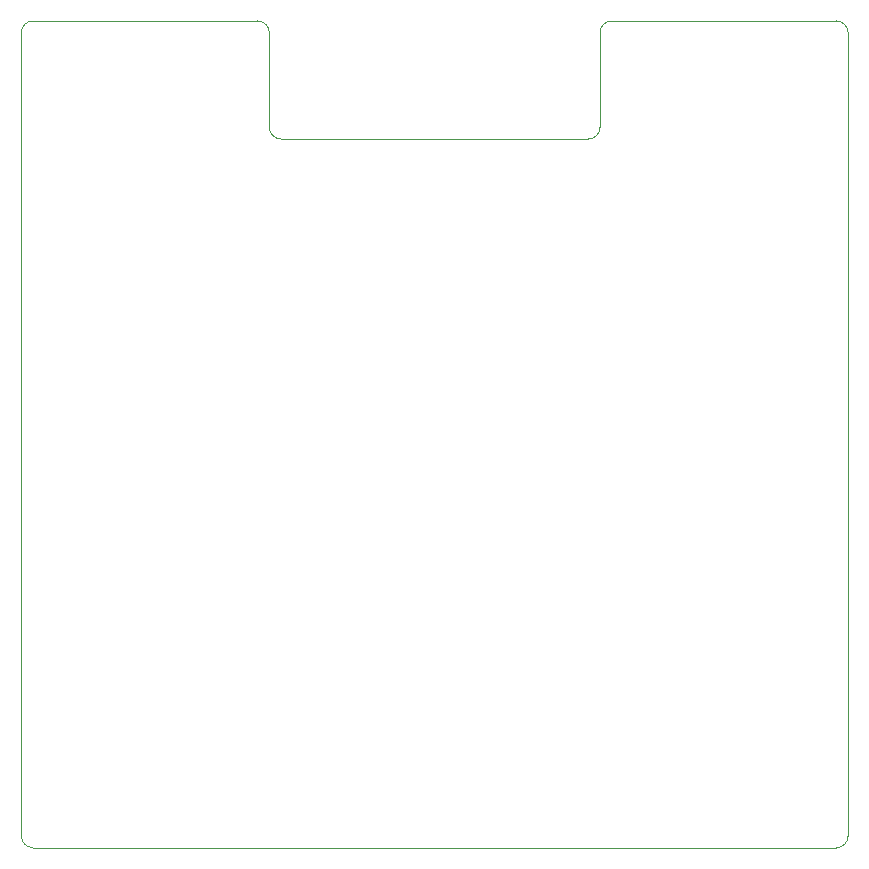
<source format=gm1>
%TF.GenerationSoftware,KiCad,Pcbnew,8.0.0*%
%TF.CreationDate,2024-03-16T12:32:22-04:00*%
%TF.ProjectId,AMP_PCBv3,414d505f-5043-4427-9633-2e6b69636164,A*%
%TF.SameCoordinates,Original*%
%TF.FileFunction,Profile,NP*%
%FSLAX46Y46*%
G04 Gerber Fmt 4.6, Leading zero omitted, Abs format (unit mm)*
G04 Created by KiCad (PCBNEW 8.0.0) date 2024-03-16 12:32:22*
%MOMM*%
%LPD*%
G01*
G04 APERTURE LIST*
%TA.AperFunction,Profile*%
%ADD10C,0.100000*%
%TD*%
G04 APERTURE END LIST*
D10*
X177750000Y-68500000D02*
G75*
G02*
X178750000Y-69500000I0J-1000000D01*
G01*
X178750000Y-137500000D02*
G75*
G02*
X177750000Y-138500000I-1000000J0D01*
G01*
X129750000Y-69500000D02*
X129750000Y-77500000D01*
X130750000Y-78500000D02*
X156750000Y-78500000D01*
X178750000Y-137500000D02*
X178750000Y-69500000D01*
X128750000Y-68500000D02*
G75*
G02*
X129750000Y-69500000I0J-1000000D01*
G01*
X108750000Y-137500000D02*
X108750000Y-69500000D01*
X158750000Y-68500000D02*
X177750000Y-68500000D01*
X157750000Y-69500000D02*
G75*
G02*
X158750000Y-68500000I1000000J0D01*
G01*
X157750000Y-77500000D02*
G75*
G02*
X156750000Y-78500000I-1000000J0D01*
G01*
X157750000Y-69500000D02*
X157750000Y-77500000D01*
X108750000Y-69500000D02*
G75*
G02*
X109750000Y-68500000I1000000J0D01*
G01*
X109750000Y-138500000D02*
X177750000Y-138500000D01*
X109750000Y-68500000D02*
X128750000Y-68500000D01*
X109750000Y-138500000D02*
G75*
G02*
X108750000Y-137500000I0J1000000D01*
G01*
X130750000Y-78500000D02*
G75*
G02*
X129750000Y-77500000I0J1000000D01*
G01*
M02*

</source>
